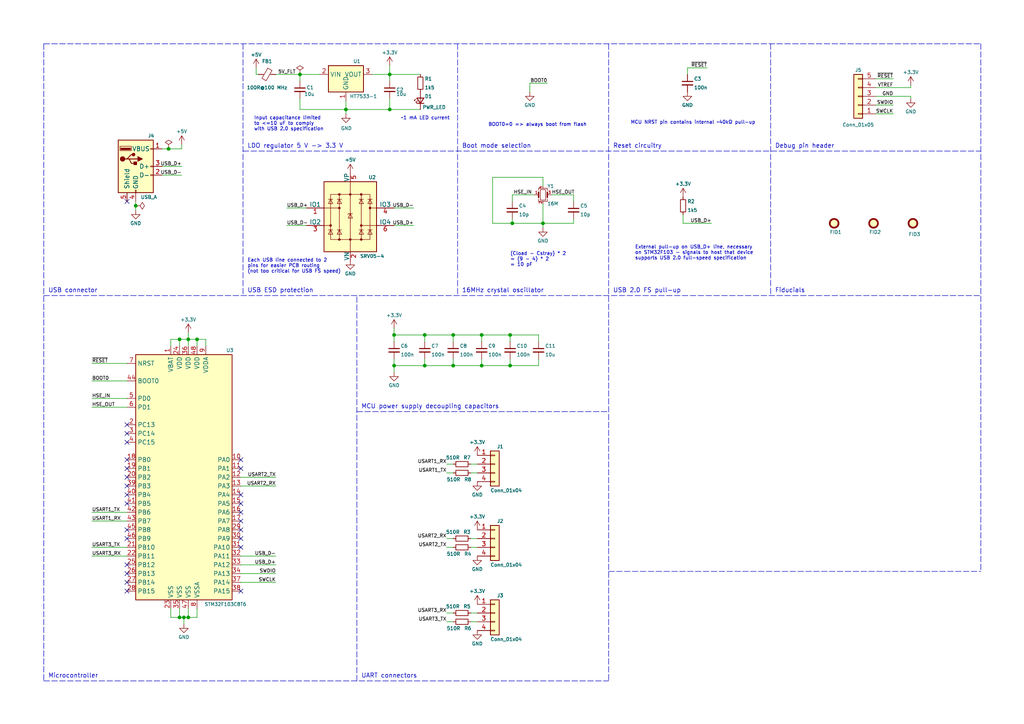
<source format=kicad_sch>
(kicad_sch (version 20211123) (generator eeschema)
  (paper "A4")
  (title_block (title "STM32 USB to triple UART adapter") (date "2024-01-17") (rev "1.0") (company "Author: Tomislav Milkovic <tomislav.milkovic95@gmail.com>"))
  (lib_symbols
    (symbol "Connector:USB_A" (pin_names (offset 1.016))
      (property "Reference" "J" (at -5.08 11.43 0))
      (property "Value" "USB_A" (at -5.08 8.89 0))
      (symbol "USB_A_0_1"
        (rectangle (start -5.08 -7.62) (end 5.08 7.62) (stroke (width 0.254)) (fill (type background)))
        (circle (center -3.81 2.159) (radius 0.635) (stroke (width 0.254)) (fill (type outline)))
        (rectangle (start -1.524 4.826) (end -4.318 5.334) (fill (type outline)))
        (rectangle (start -1.27 4.572) (end -4.572 5.842))
        (circle (center -0.635 3.429) (radius 0.381) (stroke (width 0.254)) (fill (type outline)))
        (rectangle (start -0.127 -7.62) (end 0.127 -6.858))
        (polyline (pts (xy -3.175 2.159) (xy -2.54 2.159) (xy -1.27 3.429) (xy -0.635 3.429)) (stroke (width 0.254)))
        (polyline (pts (xy -2.54 2.159) (xy -1.905 2.159) (xy -1.27 0.889) (xy 0 0.889)) (stroke (width 0.254)))
        (polyline (pts (xy 0.635 2.794) (xy 0.635 1.524) (xy 1.905 2.159) (xy 0.635 2.794)) (stroke (width 0.254)) (fill (type outline)))
        (rectangle (start 0.254 1.27) (end -0.508 0.508) (stroke (width 0.254)) (fill (type outline)))
        (rectangle (start 5.08 -2.667) (end 4.318 -2.413))
        (rectangle (start 5.08 -0.127) (end 4.318 0.127))
        (rectangle (start 5.08 4.953) (end 4.318 5.207))
      )
      (symbol "USB_A_1_1"
        (polyline (pts (xy -1.905 2.159) (xy 0.635 2.159)) (stroke (width 0.254)))
        (pin power_in line (at 7.62 5.08 180) (length 2.54) (name "VBUS") (number "1"))
        (pin bidirectional line (at 7.62 -2.54 180) (length 2.54) (name "D-") (number "2"))
        (pin bidirectional line (at 7.62 0 180) (length 2.54) (name "D+") (number "3"))
        (pin power_in line (at 0 -10.16 90) (length 2.54) (name "GND") (number "4"))
        (pin passive line (at -2.54 -10.16 90) (length 2.54) (name "Shield") (number "5"))
      )
    )
    (symbol "Connector_Generic:Conn_01x04" (pin_names (offset 1.016) hide)
      (property "Reference" "J" (at 0 5.08 0))
      (property "Value" "Conn_01x04" (at 0 -7.62 0))
      (symbol "Conn_01x04_1_1"
        (rectangle (start -1.27 -4.953) (end 0 -5.207) (stroke (width 0.1524)))
        (rectangle (start -1.27 -2.413) (end 0 -2.667) (stroke (width 0.1524)))
        (rectangle (start -1.27 0.127) (end 0 -0.127) (stroke (width 0.1524)))
        (rectangle (start -1.27 2.667) (end 0 2.413) (stroke (width 0.1524)))
        (rectangle (start -1.27 3.81) (end 1.27 -6.35) (stroke (width 0.254)) (fill (type background)))
        (pin passive line (at -5.08 2.54 0) (length 3.81) (name "Pin_1") (number "1"))
        (pin passive line (at -5.08 0 0) (length 3.81) (name "Pin_2") (number "2"))
        (pin passive line (at -5.08 -2.54 0) (length 3.81) (name "Pin_3") (number "3"))
        (pin passive line (at -5.08 -5.08 0) (length 3.81) (name "Pin_4") (number "4"))
      )
    )
    (symbol "Connector_Generic:Conn_01x05" (pin_names (offset 1.016) hide)
      (property "Reference" "J" (at 0 7.62 0))
      (property "Value" "Conn_01x05" (at 0 -7.62 0))
      (symbol "Conn_01x05_1_1"
        (rectangle (start -1.27 -4.953) (end 0 -5.207) (stroke (width 0.1524)))
        (rectangle (start -1.27 -2.413) (end 0 -2.667) (stroke (width 0.1524)))
        (rectangle (start -1.27 0.127) (end 0 -0.127) (stroke (width 0.1524)))
        (rectangle (start -1.27 2.667) (end 0 2.413) (stroke (width 0.1524)))
        (rectangle (start -1.27 5.207) (end 0 4.953) (stroke (width 0.1524)))
        (rectangle (start -1.27 6.35) (end 1.27 -6.35) (stroke (width 0.254)) (fill (type background)))
        (pin passive line (at -5.08 5.08 0) (length 3.81) (name "Pin_1") (number "1"))
        (pin passive line (at -5.08 2.54 0) (length 3.81) (name "Pin_2") (number "2"))
        (pin passive line (at -5.08 0 0) (length 3.81) (name "Pin_3") (number "3"))
        (pin passive line (at -5.08 -2.54 0) (length 3.81) (name "Pin_4") (number "4"))
        (pin passive line (at -5.08 -5.08 0) (length 3.81) (name "Pin_5") (number "5"))
      )
    )
    (symbol "Device:C_Small" (pin_numbers hide) (pin_names (offset 0.254) hide)
      (property "Reference" "C" (at 0.254 1.778 0))
      (property "Value" "C_Small" (at 0.254 -2.032 0))
      (symbol "C_Small_0_1"
        (polyline (pts (xy -1.524 -0.508) (xy 1.524 -0.508)) (stroke (width 0.3302)))
        (polyline (pts (xy -1.524 0.508) (xy 1.524 0.508)) (stroke (width 0.3048)))
      )
      (symbol "C_Small_1_1"
        (pin passive line (at 0 2.54 270) (length 2.032) (name "~") (number "1"))
        (pin passive line (at 0 -2.54 90) (length 2.032) (name "~") (number "2"))
      )
    )
    (symbol "Device:Crystal_GND24_Small" (pin_names (offset 1.016) hide)
      (property "Reference" "Y" (at 1.27 4.445 0))
      (property "Value" "Crystal_GND24_Small" (at 1.27 2.54 0))
      (symbol "Crystal_GND24_Small_0_1"
        (rectangle (start -0.762 -1.524) (end 0.762 1.524))
        (polyline (pts (xy -1.27 -0.762) (xy -1.27 0.762)) (stroke (width 0.381)))
        (polyline (pts (xy 1.27 -0.762) (xy 1.27 0.762)) (stroke (width 0.381)))
        (polyline (pts (xy -1.27 -1.27) (xy -1.27 -1.905) (xy 1.27 -1.905) (xy 1.27 -1.27)))
        (polyline (pts (xy -1.27 1.27) (xy -1.27 1.905) (xy 1.27 1.905) (xy 1.27 1.27)))
      )
      (symbol "Crystal_GND24_Small_1_1"
        (pin passive line (at -2.54 0 0) (length 1.27) (name "1") (number "1"))
        (pin passive line (at 0 -2.54 90) (length 0.635) (name "2") (number "2"))
        (pin passive line (at 2.54 0 180) (length 1.27) (name "3") (number "3"))
        (pin passive line (at 0 2.54 270) (length 0.635) (name "4") (number "4"))
      )
    )
    (symbol "Device:FerriteBead_Small" (pin_numbers hide) (pin_names (offset 0))
      (property "Reference" "FB" (at 1.905 1.27 0))
      (property "Value" "FerriteBead_Small" (at 1.905 -1.27 0))
      (symbol "FerriteBead_Small_0_1"
        (polyline (pts (xy 0 -1.27) (xy 0 -0.7874)))
        (polyline (pts (xy 0 0.889) (xy 0 1.2954)))
        (polyline (pts (xy -1.8288 0.2794) (xy -1.1176 1.4986) (xy 1.8288 -0.2032) (xy 1.1176 -1.4224) (xy -1.8288 0.2794)))
      )
      (symbol "FerriteBead_Small_1_1"
        (pin passive line (at 0 2.54 270) (length 1.27) (name "~") (number "1"))
        (pin passive line (at 0 -2.54 90) (length 1.27) (name "~") (number "2"))
      )
    )
    (symbol "Device:LED_Small" (pin_numbers hide) (pin_names (offset 0.254) hide)
      (property "Reference" "D" (at -1.27 3.175 0))
      (property "Value" "LED_Small" (at -4.445 -2.54 0))
      (symbol "LED_Small_0_1"
        (polyline (pts (xy -0.762 -1.016) (xy -0.762 1.016)) (stroke (width 0.254)))
        (polyline (pts (xy 1.016 0) (xy -0.762 0)))
        (polyline (pts (xy 0.762 -1.016) (xy -0.762 0) (xy 0.762 1.016) (xy 0.762 -1.016)) (stroke (width 0.254)))
        (polyline (pts (xy 0 0.762) (xy -0.508 1.27) (xy -0.254 1.27) (xy -0.508 1.27) (xy -0.508 1.016)))
        (polyline (pts (xy 0.508 1.27) (xy 0 1.778) (xy 0.254 1.778) (xy 0 1.778) (xy 0 1.524)))
      )
      (symbol "LED_Small_1_1"
        (pin passive line (at -2.54 0 0) (length 1.778) (name "K") (number "1"))
        (pin passive line (at 2.54 0 180) (length 1.778) (name "A") (number "2"))
      )
    )
    (symbol "Device:R_Small" (pin_numbers hide) (pin_names (offset 0.254) hide)
      (property "Reference" "R" (at 0.762 0.508 0))
      (property "Value" "R_Small" (at 0.762 -1.016 0))
      (symbol "R_Small_0_1"
        (rectangle (start -0.762 1.778) (end 0.762 -1.778) (stroke (width 0.2032)))
      )
      (symbol "R_Small_1_1"
        (pin passive line (at 0 2.54 270) (length 0.762) (name "~") (number "1"))
        (pin passive line (at 0 -2.54 90) (length 0.762) (name "~") (number "2"))
      )
    )
    (symbol "MCU_ST_STM32F1:STM32F103C8Tx"
      (property "Reference" "U" (at -15.24 36.83 0))
      (property "Value" "STM32F103C8Tx" (at 7.62 36.83 0))
      (symbol "STM32F103C8Tx_0_1"
        (rectangle (start -15.24 -35.56) (end 12.7 35.56) (stroke (width 0.254)) (fill (type background)))
      )
      (symbol "STM32F103C8Tx_1_1"
        (pin power_in line (at -5.08 38.1 270) (length 2.54) (name "VBAT") (number "1"))
        (pin bidirectional line (at 15.24 5.08 180) (length 2.54) (name "PA0") (number "10"))
        (pin bidirectional line (at 15.24 2.54 180) (length 2.54) (name "PA1") (number "11"))
        (pin bidirectional line (at 15.24 0 180) (length 2.54) (name "PA2") (number "12"))
        (pin bidirectional line (at 15.24 -2.54 180) (length 2.54) (name "PA3") (number "13"))
        (pin bidirectional line (at 15.24 -5.08 180) (length 2.54) (name "PA4") (number "14"))
        (pin bidirectional line (at 15.24 -7.62 180) (length 2.54) (name "PA5") (number "15"))
        (pin bidirectional line (at 15.24 -10.16 180) (length 2.54) (name "PA6") (number "16"))
        (pin bidirectional line (at 15.24 -12.7 180) (length 2.54) (name "PA7") (number "17"))
        (pin bidirectional line (at -17.78 5.08 0) (length 2.54) (name "PB0") (number "18"))
        (pin bidirectional line (at -17.78 2.54 0) (length 2.54) (name "PB1") (number "19"))
        (pin bidirectional line (at -17.78 15.24 0) (length 2.54) (name "PC13") (number "2"))
        (pin bidirectional line (at -17.78 0 0) (length 2.54) (name "PB2") (number "20"))
        (pin bidirectional line (at -17.78 -20.32 0) (length 2.54) (name "PB10") (number "21"))
        (pin bidirectional line (at -17.78 -22.86 0) (length 2.54) (name "PB11") (number "22"))
        (pin power_in line (at -5.08 -38.1 90) (length 2.54) (name "VSS") (number "23"))
        (pin power_in line (at -2.54 38.1 270) (length 2.54) (name "VDD") (number "24"))
        (pin bidirectional line (at -17.78 -25.4 0) (length 2.54) (name "PB12") (number "25"))
        (pin bidirectional line (at -17.78 -27.94 0) (length 2.54) (name "PB13") (number "26"))
        (pin bidirectional line (at -17.78 -30.48 0) (length 2.54) (name "PB14") (number "27"))
        (pin bidirectional line (at -17.78 -33.02 0) (length 2.54) (name "PB15") (number "28"))
        (pin bidirectional line (at 15.24 -15.24 180) (length 2.54) (name "PA8") (number "29"))
        (pin bidirectional line (at -17.78 12.7 0) (length 2.54) (name "PC14") (number "3"))
        (pin bidirectional line (at 15.24 -17.78 180) (length 2.54) (name "PA9") (number "30"))
        (pin bidirectional line (at 15.24 -20.32 180) (length 2.54) (name "PA10") (number "31"))
        (pin bidirectional line (at 15.24 -22.86 180) (length 2.54) (name "PA11") (number "32"))
        (pin bidirectional line (at 15.24 -25.4 180) (length 2.54) (name "PA12") (number "33"))
        (pin bidirectional line (at 15.24 -27.94 180) (length 2.54) (name "PA13") (number "34"))
        (pin power_in line (at -2.54 -38.1 90) (length 2.54) (name "VSS") (number "35"))
        (pin power_in line (at 0 38.1 270) (length 2.54) (name "VDD") (number "36"))
        (pin bidirectional line (at 15.24 -30.48 180) (length 2.54) (name "PA14") (number "37"))
        (pin bidirectional line (at 15.24 -33.02 180) (length 2.54) (name "PA15") (number "38"))
        (pin bidirectional line (at -17.78 -2.54 0) (length 2.54) (name "PB3") (number "39"))
        (pin bidirectional line (at -17.78 10.16 0) (length 2.54) (name "PC15") (number "4"))
        (pin bidirectional line (at -17.78 -5.08 0) (length 2.54) (name "PB4") (number "40"))
        (pin bidirectional line (at -17.78 -7.62 0) (length 2.54) (name "PB5") (number "41"))
        (pin bidirectional line (at -17.78 -10.16 0) (length 2.54) (name "PB6") (number "42"))
        (pin bidirectional line (at -17.78 -12.7 0) (length 2.54) (name "PB7") (number "43"))
        (pin input line (at -17.78 27.94 0) (length 2.54) (name "BOOT0") (number "44"))
        (pin bidirectional line (at -17.78 -15.24 0) (length 2.54) (name "PB8") (number "45"))
        (pin bidirectional line (at -17.78 -17.78 0) (length 2.54) (name "PB9") (number "46"))
        (pin power_in line (at 0 -38.1 90) (length 2.54) (name "VSS") (number "47"))
        (pin power_in line (at 2.54 38.1 270) (length 2.54) (name "VDD") (number "48"))
        (pin input line (at -17.78 22.86 0) (length 2.54) (name "PD0") (number "5"))
        (pin input line (at -17.78 20.32 0) (length 2.54) (name "PD1") (number "6"))
        (pin input line (at -17.78 33.02 0) (length 2.54) (name "NRST") (number "7"))
        (pin power_in line (at 2.54 -38.1 90) (length 2.54) (name "VSSA") (number "8"))
        (pin power_in line (at 5.08 38.1 270) (length 2.54) (name "VDDA") (number "9"))
      )
    )
    (symbol "Mechanical:Fiducial"
      (property "Reference" "FID" (at 0 5.08 0))
      (property "Value" "Fiducial" (at 0 3.175 0))
      (symbol "Fiducial_0_1"
        (circle (center 0 0) (radius 1.27) (stroke (width 0.508)) (fill (type background)))
      )
    )
    (symbol "Power_Protection:SRV05-4" (pin_names (offset 0))
      (property "Reference" "U" (at -5.08 11.43 0))
      (property "Value" "SRV05-4" (at 2.54 11.43 0))
      (symbol "SRV05-4_0_0"
        (rectangle (start -5.715 6.477) (end 5.715 -6.604))
        (polyline (pts (xy -3.175 -6.604) (xy -3.175 6.477)))
        (polyline (pts (xy 3.175 6.477) (xy 3.175 -6.604)))
      )
      (symbol "SRV05-4_0_1"
        (rectangle (start -7.62 10.16) (end 7.62 -10.16) (stroke (width 0.254)) (fill (type background)))
        (circle (center -5.715 -2.54) (radius 0.2794) (fill (type outline)))
        (circle (center -3.175 -6.604) (radius 0.2794) (fill (type outline)))
        (circle (center -3.175 2.54) (radius 0.2794) (fill (type outline)))
        (circle (center -3.175 6.477) (radius 0.2794) (fill (type outline)))
        (circle (center 0 -6.604) (radius 0.2794) (fill (type outline)))
        (polyline (pts (xy -7.747 2.54) (xy -3.175 2.54)))
        (polyline (pts (xy -7.62 -2.54) (xy -5.715 -2.54)))
        (polyline (pts (xy -5.08 -3.81) (xy -6.35 -3.81)))
        (polyline (pts (xy -5.08 5.08) (xy -6.35 5.08)))
        (polyline (pts (xy -2.54 -3.81) (xy -3.81 -3.81)))
        (polyline (pts (xy -2.54 5.08) (xy -3.81 5.08)))
        (polyline (pts (xy 0 10.16) (xy 0 -10.16)))
        (polyline (pts (xy 3.81 -3.81) (xy 2.54 -3.81)))
        (polyline (pts (xy 3.81 5.08) (xy 2.54 5.08)))
        (polyline (pts (xy 6.35 -3.81) (xy 5.08 -3.81)))
        (polyline (pts (xy 6.35 5.08) (xy 5.08 5.08)))
        (polyline (pts (xy 7.62 -2.54) (xy 3.175 -2.54)))
        (polyline (pts (xy 7.62 2.54) (xy 5.715 2.54)))
        (polyline (pts (xy 0.635 0.889) (xy -0.635 0.889) (xy -0.635 0.635)))
        (polyline (pts (xy -5.08 -5.08) (xy -6.35 -5.08) (xy -5.715 -3.81) (xy -5.08 -5.08)))
        (polyline (pts (xy -5.08 3.81) (xy -6.35 3.81) (xy -5.715 5.08) (xy -5.08 3.81)))
        (polyline (pts (xy -2.54 -5.08) (xy -3.81 -5.08) (xy -3.175 -3.81) (xy -2.54 -5.08)))
        (polyline (pts (xy -2.54 3.81) (xy -3.81 3.81) (xy -3.175 5.08) (xy -2.54 3.81)))
        (polyline (pts (xy 0.635 -0.381) (xy -0.635 -0.381) (xy 0 0.889) (xy 0.635 -0.381)))
        (polyline (pts (xy 3.81 -5.08) (xy 2.54 -5.08) (xy 3.175 -3.81) (xy 3.81 -5.08)))
        (polyline (pts (xy 3.81 3.81) (xy 2.54 3.81) (xy 3.175 5.08) (xy 3.81 3.81)))
        (polyline (pts (xy 6.35 -5.08) (xy 5.08 -5.08) (xy 5.715 -3.81) (xy 6.35 -5.08)))
        (polyline (pts (xy 6.35 3.81) (xy 5.08 3.81) (xy 5.715 5.08) (xy 6.35 3.81)))
        (circle (center 0 6.477) (radius 0.2794) (fill (type outline)))
        (circle (center 3.175 -6.604) (radius 0.2794) (fill (type outline)))
        (circle (center 3.175 -2.54) (radius 0.2794) (fill (type outline)))
        (circle (center 3.175 6.477) (radius 0.2794) (fill (type outline)))
        (circle (center 5.715 2.54) (radius 0.2794) (fill (type outline)))
      )
      (symbol "SRV05-4_1_1"
        (pin passive line (at -12.7 2.54 0) (length 5.08) (name "IO1") (number "1"))
        (pin passive line (at 0 -12.7 90) (length 2.54) (name "VN") (number "2"))
        (pin passive line (at -12.7 -2.54 0) (length 5.08) (name "IO2") (number "3"))
        (pin passive line (at 12.7 2.54 180) (length 5.08) (name "IO3") (number "4"))
        (pin passive line (at 0 12.7 270) (length 2.54) (name "VP") (number "5"))
        (pin passive line (at 12.7 -2.54 180) (length 5.08) (name "IO4") (number "6"))
      )
    )
    (symbol "Regulator_Linear:HT75xx-1-SOT89"
      (property "Reference" "U" (at -5.08 -3.81 0))
      (property "Value" "HT75xx-1-SOT89" (at 0 6.35 0))
      (symbol "HT75xx-1-SOT89_0_1"
        (rectangle (start -5.08 5.08) (end 5.08 -2.54) (stroke (width 0.254)) (fill (type background)))
      )
      (symbol "HT75xx-1-SOT89_1_1"
        (pin power_in line (at 0 -5.08 90) (length 2.54) (name "GND") (number "1"))
        (pin power_in line (at -7.62 2.54 0) (length 2.54) (name "VIN") (number "2"))
        (pin power_out line (at 7.62 2.54 180) (length 2.54) (name "VOUT") (number "3"))
      )
    )
    (symbol "power:+3.3V" (power) (pin_names (offset 0))
      (property "Value" "+3.3V" (at 0 3.556 0))
      (symbol "+3.3V_0_1"
        (polyline (pts (xy -0.762 1.27) (xy 0 2.54)))
        (polyline (pts (xy 0 0) (xy 0 2.54)))
        (polyline (pts (xy 0 2.54) (xy 0.762 1.27)))
      )
      (symbol "+3.3V_1_1"
        (pin power_in line (at 0 0 90) (length 0) hide (name "+3.3V") (number "1"))
      )
    )
    (symbol "power:+5V" (power) (pin_names (offset 0))
      (property "Value" "+5V" (at 0 3.556 0))
      (symbol "+5V_0_1"
        (polyline (pts (xy -0.762 1.27) (xy 0 2.54)))
        (polyline (pts (xy 0 0) (xy 0 2.54)))
        (polyline (pts (xy 0 2.54) (xy 0.762 1.27)))
      )
      (symbol "+5V_1_1"
        (pin power_in line (at 0 0 90) (length 0) hide (name "+5V") (number "1"))
      )
    )
    (symbol "power:GND" (power) (pin_names (offset 0))
      (property "Value" "GND" (at 0 -3.81 0))
      (symbol "GND_0_1"
        (polyline (pts (xy 0 0) (xy 0 -1.27) (xy 1.27 -1.27) (xy 0 -2.54) (xy -1.27 -1.27) (xy 0 -1.27)))
      )
      (symbol "GND_1_1"
        (pin power_in line (at 0 0 270) (length 0) hide (name "GND") (number "1"))
      )
    )
    (symbol "power:PWR_FLAG" (power) (pin_numbers hide) (pin_names (offset 0) hide)
      (property "Value" "PWR_FLAG" (at 0 3.81 0))
      (symbol "PWR_FLAG_0_0"
        (pin power_out line (at 0 0 90) (length 0) (name "pwr") (number "1"))
      )
      (symbol "PWR_FLAG_0_1"
        (polyline (pts (xy 0 0) (xy 0 1.27) (xy -1.016 1.905) (xy 0 2.54) (xy 1.016 1.905) (xy 0 1.27)))
      )
    )
  )
  (junction (at 131.445 106.045))
  (junction (at 86.995 21.59))
  (junction (at 157.48 64.77))
  (junction (at 57.15 98.425))
  (junction (at 54.61 179.07))
  (junction (at 53.34 179.07))
  (junction (at 147.955 106.045))
  (junction (at 52.07 179.07))
  (junction (at 48.895 43.18))
  (junction (at 148.59 64.77))
  (junction (at 131.445 97.155))
  (junction (at 114.3 106.045))
  (junction (at 39.37 59.69))
  (junction (at 113.03 31.75))
  (junction (at 52.07 98.425))
  (junction (at 147.955 97.155))
  (junction (at 113.03 21.59))
  (junction (at 123.19 106.045))
  (junction (at 100.33 31.75))
  (junction (at 123.19 97.155))
  (junction (at 139.7 106.045))
  (junction (at 139.7 97.155))
  (junction (at 54.61 98.425))
  (junction (at 114.3 97.155))
  (no_connect (at 36.83 168.91))
  (no_connect (at 36.83 125.73))
  (no_connect (at 36.83 156.21))
  (no_connect (at 36.83 133.35))
  (no_connect (at 36.83 153.67))
  (no_connect (at 36.83 135.89))
  (no_connect (at 36.83 128.27))
  (no_connect (at 36.83 166.37))
  (no_connect (at 69.85 151.13))
  (no_connect (at 69.85 171.45))
  (no_connect (at 69.85 153.67))
  (no_connect (at 69.85 156.21))
  (no_connect (at 36.83 146.05))
  (no_connect (at 36.83 163.83))
  (no_connect (at 36.83 171.45))
  (no_connect (at 36.83 140.97))
  (no_connect (at 36.83 123.19))
  (no_connect (at 69.85 133.35))
  (no_connect (at 36.83 58.42))
  (no_connect (at 69.85 158.75))
  (no_connect (at 69.85 146.05))
  (no_connect (at 69.85 135.89))
  (no_connect (at 36.83 138.43))
  (no_connect (at 69.85 143.51))
  (no_connect (at 36.83 143.51))
  (no_connect (at 69.85 148.59))
  (wire (pts (xy 54.61 96.52) (xy 54.61 98.425)))
  (wire (pts (xy 131.445 156.21) (xy 129.54 156.21)))
  (wire (pts (xy 114.3 97.155) (xy 123.19 97.155)))
  (wire (pts (xy 46.99 43.18) (xy 48.895 43.18)))
  (polyline (pts (xy 132.715 12.7) (xy 132.715 85.725)))
  (wire (pts (xy 156.21 97.155) (xy 156.21 99.06)))
  (wire (pts (xy 113.03 28.575) (xy 113.03 31.75)))
  (wire (pts (xy 39.37 59.69) (xy 39.37 60.96)))
  (polyline (pts (xy 12.7 197.485) (xy 176.53 197.485)))
  (wire (pts (xy 131.445 97.155) (xy 139.7 97.155)))
  (wire (pts (xy 113.03 21.59) (xy 113.03 23.495)))
  (wire (pts (xy 69.85 161.29) (xy 80.01 161.29)))
  (wire (pts (xy 131.445 104.14) (xy 131.445 106.045)))
  (wire (pts (xy 131.445 158.75) (xy 129.54 158.75)))
  (wire (pts (xy 113.03 31.75) (xy 121.92 31.75)))
  (polyline (pts (xy 176.53 165.735) (xy 284.48 165.735)))
  (wire (pts (xy 160.02 56.515) (xy 166.37 56.515)))
  (wire (pts (xy 114.3 104.14) (xy 114.3 106.045)))
  (wire (pts (xy 156.21 106.045) (xy 156.21 104.14)))
  (wire (pts (xy 74.295 21.59) (xy 74.295 19.685)))
  (wire (pts (xy 52.07 176.53) (xy 52.07 179.07)))
  (wire (pts (xy 86.995 21.59) (xy 86.995 23.495)))
  (wire (pts (xy 53.34 179.07) (xy 54.61 179.07)))
  (wire (pts (xy 153.67 24.13) (xy 153.67 26.67)))
  (wire (pts (xy 166.37 63.5) (xy 166.37 64.77)))
  (wire (pts (xy 26.67 115.57) (xy 36.83 115.57)))
  (wire (pts (xy 157.48 53.975) (xy 157.48 51.435)))
  (wire (pts (xy 49.53 176.53) (xy 49.53 179.07)))
  (wire (pts (xy 114.3 99.06) (xy 114.3 97.155)))
  (wire (pts (xy 157.48 64.77) (xy 157.48 59.055)))
  (polyline (pts (xy 176.53 12.7) (xy 176.53 197.485)))
  (wire (pts (xy 123.19 99.06) (xy 123.19 97.155)))
  (wire (pts (xy 157.48 66.04) (xy 157.48 64.77)))
  (wire (pts (xy 198.12 64.77) (xy 206.375 64.77)))
  (wire (pts (xy 254 22.86) (xy 259.08 22.86)))
  (wire (pts (xy 147.955 99.06) (xy 147.955 97.155)))
  (wire (pts (xy 131.445 137.16) (xy 129.54 137.16)))
  (wire (pts (xy 136.525 134.62) (xy 138.43 134.62)))
  (wire (pts (xy 49.53 100.33) (xy 49.53 98.425)))
  (wire (pts (xy 54.61 98.425) (xy 54.61 100.33)))
  (wire (pts (xy 80.01 140.97) (xy 69.85 140.97)))
  (polyline (pts (xy 12.7 85.725) (xy 284.48 85.725)))
  (wire (pts (xy 69.85 166.37) (xy 80.01 166.37)))
  (wire (pts (xy 52.705 43.18) (xy 52.705 41.91)))
  (wire (pts (xy 114.3 65.405) (xy 120.015 65.405)))
  (wire (pts (xy 131.445 177.8) (xy 129.54 177.8)))
  (wire (pts (xy 36.83 148.59) (xy 26.67 148.59)))
  (wire (pts (xy 88.9 65.405) (xy 83.185 65.405)))
  (wire (pts (xy 148.59 63.5) (xy 148.59 64.77)))
  (wire (pts (xy 26.67 105.41) (xy 36.83 105.41)))
  (wire (pts (xy 69.85 138.43) (xy 80.01 138.43)))
  (wire (pts (xy 136.525 158.75) (xy 138.43 158.75)))
  (polyline (pts (xy 223.52 12.7) (xy 223.52 85.725)))
  (wire (pts (xy 107.95 21.59) (xy 113.03 21.59)))
  (wire (pts (xy 114.3 95.25) (xy 114.3 97.155)))
  (wire (pts (xy 52.07 100.33) (xy 52.07 98.425)))
  (wire (pts (xy 131.445 106.045) (xy 139.7 106.045)))
  (wire (pts (xy 46.99 50.8) (xy 52.705 50.8)))
  (wire (pts (xy 139.7 104.14) (xy 139.7 106.045)))
  (wire (pts (xy 153.67 24.13) (xy 158.75 24.13)))
  (wire (pts (xy 88.9 60.325) (xy 83.185 60.325)))
  (wire (pts (xy 86.995 28.575) (xy 86.995 31.75)))
  (wire (pts (xy 139.7 97.155) (xy 139.7 99.06)))
  (wire (pts (xy 123.19 104.14) (xy 123.19 106.045)))
  (wire (pts (xy 114.3 106.045) (xy 123.19 106.045)))
  (wire (pts (xy 53.34 180.975) (xy 53.34 179.07)))
  (wire (pts (xy 139.7 106.045) (xy 147.955 106.045)))
  (wire (pts (xy 136.525 156.21) (xy 138.43 156.21)))
  (wire (pts (xy 26.67 161.29) (xy 36.83 161.29)))
  (polyline (pts (xy 103.505 197.485) (xy 103.505 85.725)))
  (wire (pts (xy 147.955 104.14) (xy 147.955 106.045)))
  (wire (pts (xy 100.33 31.75) (xy 86.995 31.75)))
  (polyline (pts (xy 103.505 119.38) (xy 176.53 119.38)))
  (polyline (pts (xy 70.485 43.815) (xy 284.48 43.815)))
  (wire (pts (xy 26.67 118.11) (xy 36.83 118.11)))
  (wire (pts (xy 136.525 137.16) (xy 138.43 137.16)))
  (wire (pts (xy 199.39 19.685) (xy 205.105 19.685)))
  (wire (pts (xy 259.08 30.48) (xy 254 30.48)))
  (wire (pts (xy 123.19 97.155) (xy 131.445 97.155)))
  (wire (pts (xy 147.955 97.155) (xy 156.21 97.155)))
  (wire (pts (xy 49.53 179.07) (xy 52.07 179.07)))
  (wire (pts (xy 142.875 64.77) (xy 148.59 64.77)))
  (wire (pts (xy 36.83 151.13) (xy 26.67 151.13)))
  (wire (pts (xy 57.15 179.07) (xy 57.15 176.53)))
  (wire (pts (xy 199.39 21.59) (xy 199.39 19.685)))
  (wire (pts (xy 148.59 56.515) (xy 148.59 58.42)))
  (polyline (pts (xy 284.48 12.7) (xy 284.48 165.735)))
  (wire (pts (xy 136.525 180.34) (xy 138.43 180.34)))
  (wire (pts (xy 131.445 180.34) (xy 129.54 180.34)))
  (polyline (pts (xy 70.485 12.7) (xy 70.485 85.725)))
  (wire (pts (xy 131.445 134.62) (xy 129.54 134.62)))
  (wire (pts (xy 80.01 21.59) (xy 86.995 21.59)))
  (wire (pts (xy 26.67 110.49) (xy 36.83 110.49)))
  (wire (pts (xy 154.94 56.515) (xy 148.59 56.515)))
  (wire (pts (xy 264.16 25.4) (xy 264.16 24.765)))
  (wire (pts (xy 74.295 21.59) (xy 74.93 21.59)))
  (wire (pts (xy 39.37 58.42) (xy 39.37 59.69)))
  (wire (pts (xy 49.53 98.425) (xy 52.07 98.425)))
  (wire (pts (xy 57.15 100.33) (xy 57.15 98.425)))
  (wire (pts (xy 147.955 106.045) (xy 156.21 106.045)))
  (wire (pts (xy 113.03 19.05) (xy 113.03 21.59)))
  (wire (pts (xy 259.08 33.02) (xy 254 33.02)))
  (wire (pts (xy 131.445 99.06) (xy 131.445 97.155)))
  (wire (pts (xy 123.19 106.045) (xy 131.445 106.045)))
  (wire (pts (xy 166.37 64.77) (xy 157.48 64.77)))
  (polyline (pts (xy 12.7 12.7) (xy 12.7 197.485)))
  (wire (pts (xy 57.15 98.425) (xy 54.61 98.425)))
  (wire (pts (xy 46.99 48.26) (xy 52.705 48.26)))
  (wire (pts (xy 100.33 31.75) (xy 100.33 33.02)))
  (wire (pts (xy 52.07 98.425) (xy 54.61 98.425)))
  (wire (pts (xy 69.85 168.91) (xy 80.01 168.91)))
  (wire (pts (xy 54.61 176.53) (xy 54.61 179.07)))
  (wire (pts (xy 26.67 158.75) (xy 36.83 158.75)))
  (wire (pts (xy 54.61 179.07) (xy 57.15 179.07)))
  (wire (pts (xy 113.03 21.59) (xy 121.92 21.59)))
  (wire (pts (xy 114.3 106.045) (xy 114.3 107.95)))
  (wire (pts (xy 59.69 98.425) (xy 57.15 98.425)))
  (wire (pts (xy 48.895 43.18) (xy 52.705 43.18)))
  (wire (pts (xy 254 25.4) (xy 264.16 25.4)))
  (wire (pts (xy 198.12 62.23) (xy 198.12 64.77)))
  (wire (pts (xy 86.995 21.59) (xy 92.71 21.59)))
  (wire (pts (xy 254 27.94) (xy 264.16 27.94)))
  (polyline (pts (xy 12.7 12.7) (xy 284.48 12.7)))
  (wire (pts (xy 59.69 100.33) (xy 59.69 98.425)))
  (wire (pts (xy 157.48 51.435) (xy 142.875 51.435)))
  (wire (pts (xy 142.875 51.435) (xy 142.875 64.77)))
  (wire (pts (xy 139.7 97.155) (xy 147.955 97.155)))
  (wire (pts (xy 100.33 29.21) (xy 100.33 31.75)))
  (wire (pts (xy 166.37 56.515) (xy 166.37 58.42)))
  (wire (pts (xy 69.85 163.83) (xy 80.01 163.83)))
  (wire (pts (xy 136.525 177.8) (xy 138.43 177.8)))
  (wire (pts (xy 264.16 28.575) (xy 264.16 27.94)))
  (wire (pts (xy 114.3 60.325) (xy 120.015 60.325)))
  (wire (pts (xy 148.59 64.77) (xy 157.48 64.77)))
  (wire (pts (xy 100.33 31.75) (xy 113.03 31.75)))
  (wire (pts (xy 52.07 179.07) (xy 53.34 179.07)))
  (text "External pull-up on USB_D+ line, necessary\non STM32F103 - signals to host that device\nsupports USB 2.0 full-speed specification" (at 184.15 75.565 0) (effects (font (size 0.9906 0.9906)) (justify left bottom)))
  (text "LDO regulator 5 V -> 3.3 V" (at 71.755 43.18 0) (effects (font (size 1.27 1.27)) (justify left bottom)))
  (text "USB ESD protection" (at 71.755 85.09 0) (effects (font (size 1.27 1.27)) (justify left bottom)))
  (text "Each USB line connected to 2\npins for easier PCB routing\n(not too critical for USB FS speed)" (at 71.755 79.375 0) (effects (font (size 0.9906 0.9906)) (justify left bottom)))
  (text "Debug pin header" (at 224.79 43.18 0) (effects (font (size 1.27 1.27)) (justify left bottom)))
  (text "USB connector" (at 13.97 85.09 0) (effects (font (size 1.27 1.27)) (justify left bottom)))
  (text "BOOT0=0 => always boot from flash" (at 141.605 36.83 0) (effects (font (size 0.9906 0.9906)) (justify left bottom)))
  (text "Reset circuitry" (at 177.8 43.18 0) (effects (font (size 1.27 1.27)) (justify left bottom)))
  (text "Boot mode selection" (at 133.985 43.18 0) (effects (font (size 1.27 1.27)) (justify left bottom)))
  (text "~1 mA LED current" (at 116.205 34.925 0) (effects (font (size 0.9906 0.9906)) (justify left bottom)))
  (text "USB 2.0 FS pull-up" (at 177.8 85.09 0) (effects (font (size 1.27 1.27)) (justify left bottom)))
  (text "Microcontroller" (at 13.97 196.85 0) (effects (font (size 1.27 1.27)) (justify left bottom)))
  (text "Fiducials" (at 224.79 85.09 0) (effects (font (size 1.27 1.27)) (justify left bottom)))
  (text "(Cload - Cstray) * 2\n= (9 - 4) * 2\n= 10 pF" (at 147.955 77.47 0) (effects (font (size 0.9906 0.9906)) (justify left bottom)))
  (text "MCU power supply decoupling capacitors" (at 104.775 118.745 0) (effects (font (size 1.27 1.27)) (justify left bottom)))
  (text "16MHz crystal oscillator" (at 133.985 85.09 0) (effects (font (size 1.27 1.27)) (justify left bottom)))
  (text "UART connectors" (at 104.775 196.85 0) (effects (font (size 1.27 1.27)) (justify left bottom)))
  (text "Input capacitance limited\nto <=10 uF to comply\nwith USB 2.0 specification" (at 73.66 38.1 0) (effects (font (size 0.9906 0.9906)) (justify left bottom)))
  (text "MCU NRST pin contains internal ~40kΩ pull-up" (at 182.88 36.195 0) (effects (font (size 0.9906 0.9906)) (justify left bottom)))
  (label "SWDIO" (at 259.08 30.48 180) (effects (font (size 0.9906 0.9906))))
  (label "SWCLK" (at 80.01 168.91 180) (effects (font (size 0.9906 0.9906))))
  (label "USB_D+" (at 52.705 48.26 180) (effects (font (size 0.9906 0.9906))))
  (label "USART1_TX" (at 129.54 137.16 180) (effects (font (size 0.9906 0.9906))))
  (label "VTREF" (at 259.08 25.4 180) (effects (font (size 0.9906 0.9906))))
  (label "USART2_RX" (at 80.01 140.97 180) (effects (font (size 0.9906 0.9906))))
  (label "SWDIO" (at 80.01 166.37 180) (effects (font (size 0.9906 0.9906))))
  (label "USART3_RX" (at 129.54 177.8 180) (effects (font (size 0.9906 0.9906))))
  (label "HSE_IN" (at 154.305 56.515 180) (effects (font (size 0.9906 0.9906))))
  (label "~{RESET}" (at 259.08 22.86 180) (effects (font (size 0.9906 0.9906))))
  (label "HSE_OUT" (at 160.02 56.515 0) (effects (font (size 0.9906 0.9906))))
  (label "USART1_TX" (at 26.67 148.59 0) (effects (font (size 0.9906 0.9906))))
  (label "USART3_TX" (at 129.54 180.34 180) (effects (font (size 0.9906 0.9906))))
  (label "~{RESET}" (at 26.67 105.41 0) (effects (font (size 0.9906 0.9906))))
  (label "USART3_RX" (at 26.67 161.29 0) (effects (font (size 0.9906 0.9906))))
  (label "USB_D-" (at 80.01 161.29 180) (effects (font (size 0.9906 0.9906))))
  (label "BOOT0" (at 158.75 24.13 180) (effects (font (size 0.9906 0.9906))))
  (label "USB_D+" (at 206.375 64.77 180) (effects (font (size 0.9906 0.9906))))
  (label "USART1_RX" (at 129.54 134.62 180) (effects (font (size 0.9906 0.9906))))
  (label "~{RESET}" (at 205.105 19.685 180) (effects (font (size 0.9906 0.9906))))
  (label "USART3_TX" (at 26.67 158.75 0) (effects (font (size 0.9906 0.9906))))
  (label "USB_D+" (at 80.01 163.83 180) (effects (font (size 0.9906 0.9906))))
  (label "GND" (at 259.08 27.94 180) (effects (font (size 0.9906 0.9906))))
  (label "USART1_RX" (at 26.67 151.13 0) (effects (font (size 0.9906 0.9906))))
  (label "USART2_TX" (at 80.01 138.43 180) (effects (font (size 0.9906 0.9906))))
  (label "USART2_TX" (at 129.54 158.75 180) (effects (font (size 0.9906 0.9906))))
  (label "SWCLK" (at 259.08 33.02 180) (effects (font (size 0.9906 0.9906))))
  (label "USB_D-" (at 83.185 65.405 0) (effects (font (size 0.9906 0.9906))))
  (label "USB_D-" (at 52.705 50.8 180) (effects (font (size 0.9906 0.9906))))
  (label "USB_D+" (at 120.015 65.405 180) (effects (font (size 0.9906 0.9906))))
  (label "USB_D+" (at 83.185 60.325 0) (effects (font (size 0.9906 0.9906))))
  (label "5V_FLT" (at 80.645 21.59 0) (effects (font (size 0.9906 0.9906))))
  (label "USB_D-" (at 120.015 60.325 180) (effects (font (size 0.9906 0.9906))))
  (label "HSE_IN" (at 26.67 115.57 0) (effects (font (size 0.9906 0.9906))))
  (label "USART2_RX" (at 129.54 156.21 180) (effects (font (size 0.9906 0.9906))))
  (label "HSE_OUT" (at 26.67 118.11 0) (effects (font (size 0.9906 0.9906))))
  (label "BOOT0" (at 26.67 110.49 0) (effects (font (size 0.9906 0.9906))))
  (symbol (lib_id "MCU_ST_STM32F1:STM32F103C8Tx") (at 54.61 138.43 0) (unit 1)
    (property "Reference" "U3" (at 66.675 101.6 0) (effects (font (size 0.9906 0.9906))))
    (property "Value" "STM32F103C8T6" (at 65.405 175.26 0) (effects (font (size 0.9906 0.9906))))
    (property "Footprint" "Package_QFP:LQFP-48_7x7mm_P0.5mm" (effects hide))
    (property "Datasheet" "http://www.st.com/st-web-ui/static/active/en/resource/technical/document/datasheet/CD00161566.pdf" (effects hide))
    (property "LCSC" "C8734" (effects hide))
  )
  (symbol (lib_id "Regulator_Linear:HT75xx-1-SOT89") (at 100.33 24.13 0) (unit 1)
    (property "Reference" "U1" (at 103.505 17.78 0) (effects (font (size 0.9906 0.9906))))
    (property "Value" "HT7533-1" (at 105.41 27.94 0) (effects (font (size 0.9906 0.9906))))
    (property "Footprint" "Package_TO_SOT_SMD:SOT-89-3" (effects hide))
    (property "Datasheet" "https://www.holtek.com/documents/10179/116711/HT75xx-1v250.pdf" (effects hide))
    (property "LCSC" "C14289" (effects hide))
  )
  (symbol (lib_id "Connector:USB_A") (at 39.37 48.26 0) (unit 1)
    (property "Reference" "J4" (at 43.815 39.37 0) (effects (font (size 0.9906 0.9906))))
    (property "Value" "USB_A" (at 43.18 57.15 0) (effects (font (size 0.9906 0.9906))))
    (property "Footprint" "USB_A_connector:USB_A_4pin" (effects hide))
    (property "Datasheet" " ~" (effects hide))
  )
  (symbol (lib_id "Power_Protection:SRV05-4") (at 101.6 62.865 0) (unit 1)
    (property "Reference" "U2" (at 107.95 51.435 0) (effects (font (size 0.9906 0.9906))))
    (property "Value" "SRV05-4" (at 107.95 74.295 0) (effects (font (size 0.9906 0.9906))))
    (property "Footprint" "Package_TO_SOT_SMD:SOT-23-6" (effects hide))
    (property "Datasheet" "http://www.onsemi.com/pub/Collateral/SRV05-4-D.PDF" (effects hide))
    (property "LCSC" "C7420376" (effects hide))
  )
  (symbol (lib_id "Device:C_Small") (at 199.39 24.13 0) (unit 1)
    (property "Reference" "C3" (at 201.295 22.86 0) (effects (font (size 0.9906 0.9906)) (justify left)))
    (property "Value" "100n" (at 201.295 25.4 0) (effects (font (size 0.9906 0.9906)) (justify left)))
    (property "Footprint" "Capacitor_SMD:C_0402_1005Metric" (effects hide))
    (property "LCSC" "C307331" (effects hide))
  )
  (symbol (lib_id "power:GND") (at 39.37 60.96 0) (unit 1)
    (property "Reference" "#PWR014" (effects hide))
    (property "Value" "GND" (at 39.37 64.77 0) (effects (font (size 0.9906 0.9906))))
  )
  (symbol (lib_id "power:GND") (at 199.39 26.67 0) (unit 1)
    (property "Reference" "#PWR07" (effects hide))
    (property "Value" "GND" (at 199.39 30.48 0) (effects (font (size 0.9906 0.9906))))
  )
  (symbol (lib_id "power:GND") (at 101.6 75.565 0) (unit 1)
    (property "Reference" "#PWR016" (effects hide))
    (property "Value" "GND" (at 101.6 79.375 0) (effects (font (size 0.9906 0.9906))))
  )
  (symbol (lib_id "power:GND") (at 53.34 180.975 0) (unit 1)
    (property "Reference" "#PWR024" (effects hide))
    (property "Value" "GND" (at 53.34 184.785 0) (effects (font (size 0.9906 0.9906))))
  )
  (symbol (lib_id "power:+5V") (at 101.6 50.165 0) (unit 1)
    (property "Reference" "#PWR011" (effects hide))
    (property "Value" "+5V" (at 101.6 46.355 0) (effects (font (size 0.9906 0.9906))))
  )
  (symbol (lib_id "power:GND") (at 153.67 26.67 0) (unit 1)
    (property "Reference" "#PWR04" (effects hide))
    (property "Value" "GND" (at 153.67 30.48 0) (effects (font (size 0.9906 0.9906))))
  )
  (symbol (lib_id "power:GND") (at 100.33 33.02 0) (unit 1)
    (property "Reference" "#PWR08" (effects hide))
    (property "Value" "GND" (at 100.457 37.211 0) (effects (font (size 0.9906 0.9906))))
  )
  (symbol (lib_id "power:+5V") (at 52.705 41.91 0) (unit 1)
    (property "Reference" "#PWR010" (effects hide))
    (property "Value" "+5V" (at 52.705 38.1 0) (effects (font (size 0.9906 0.9906))))
  )
  (symbol (lib_id "power:+5V") (at 74.295 19.685 0) (unit 1)
    (property "Reference" "#PWR01" (effects hide))
    (property "Value" "+5V" (at 74.295 15.875 0) (effects (font (size 0.9906 0.9906))))
  )
  (symbol (lib_id "Device:C_Small") (at 86.995 26.035 0) (unit 1)
    (property "Reference" "C1" (at 88.9 25.4 0) (effects (font (size 0.9906 0.9906)) (justify left)))
    (property "Value" "10u" (at 88.265 27.305 0) (effects (font (size 0.9906 0.9906)) (justify left)))
    (property "Footprint" "Capacitor_SMD:C_0603_1608Metric" (effects hide))
    (property "LCSC" "C96446" (effects hide))
  )
  (symbol (lib_id "Device:C_Small") (at 113.03 26.035 0) (unit 1)
    (property "Reference" "C2" (at 114.935 26.035 0) (effects (font (size 0.9906 0.9906)) (justify left)))
    (property "Value" "10u" (at 114.935 27.305 0) (effects (font (size 0.9906 0.9906)) (justify left)))
    (property "Footprint" "Capacitor_SMD:C_0603_1608Metric" (effects hide))
    (property "LCSC" "C96446" (effects hide))
  )
  (symbol (lib_id "Device:Crystal_GND24_Small") (at 157.48 56.515 0) (unit 1)
    (property "Reference" "Y1" (at 158.75 53.975 0) (effects (font (size 0.9906 0.9906)) (justify left)))
    (property "Value" "16M" (at 158.75 59.055 0) (effects (font (size 0.9906 0.9906)) (justify left)))
    (property "Footprint" "Crystal:Crystal_SMD_3225-4Pin_3.2x2.5mm" (effects hide))
    (property "LCSC" "C13738" (effects hide))
  )
  (symbol (lib_id "Device:C_Small") (at 166.37 60.96 0) (unit 1)
    (property "Reference" "C5" (at 168.275 59.69 0) (effects (font (size 0.9906 0.9906)) (justify left)))
    (property "Value" "10p" (at 168.275 62.23 0) (effects (font (size 0.9906 0.9906)) (justify left)))
    (property "Footprint" "Capacitor_SMD:C_0402_1005Metric" (effects hide))
    (property "LCSC" "C32949" (effects hide))
  )
  (symbol (lib_id "Device:C_Small") (at 148.59 60.96 0) (unit 1)
    (property "Reference" "C4" (at 150.495 59.69 0) (effects (font (size 0.9906 0.9906)) (justify left)))
    (property "Value" "10p" (at 150.495 62.23 0) (effects (font (size 0.9906 0.9906)) (justify left)))
    (property "Footprint" "Capacitor_SMD:C_0402_1005Metric" (effects hide))
    (property "LCSC" "C32949" (effects hide))
  )
  (symbol (lib_id "power:GND") (at 157.48 66.04 0) (unit 1)
    (property "Reference" "#PWR015" (effects hide))
    (property "Value" "GND" (at 157.48 69.85 0) (effects (font (size 0.9906 0.9906))))
  )
  (symbol (lib_id "Device:R_Small") (at 198.12 59.69 0) (unit 1)
    (property "Reference" "R2" (at 199.39 58.42 0) (effects (font (size 0.9906 0.9906)) (justify left)))
    (property "Value" "1k5" (at 199.39 60.96 0) (effects (font (size 0.9906 0.9906)) (justify left)))
    (property "Footprint" "Resistor_SMD:R_0402_1005Metric" (effects hide))
    (property "LCSC" "C25867" (effects hide))
  )
  (symbol (lib_id "Mechanical:Fiducial") (at 241.935 64.77 0) (unit 1)
    (property "Reference" "FID1" (at 240.665 67.31 0) (effects (font (size 0.9906 0.9906)) (justify left)))
    (property "Value" "Fiducial" (effects hide))
    (property "Footprint" "Fiducial:Fiducial_1mm_Mask2mm" (effects hide))
  )
  (symbol (lib_id "Mechanical:Fiducial") (at 253.365 64.77 0) (unit 1)
    (property "Reference" "FID2" (at 252.095 67.31 0) (effects (font (size 0.9906 0.9906)) (justify left)))
    (property "Value" "Fiducial" (effects hide))
    (property "Footprint" "Fiducial:Fiducial_1mm_Mask2mm" (effects hide))
  )
  (symbol (lib_id "Mechanical:Fiducial") (at 264.795 64.77 0) (unit 1)
    (property "Reference" "FID3" (at 263.525 67.945 0) (effects (font (size 0.9906 0.9906)) (justify left)))
    (property "Value" "Fiducial" (effects hide))
    (property "Footprint" "Fiducial:Fiducial_1mm_Mask2mm" (effects hide))
  )
  (symbol (lib_id "Device:R_Small") (at 121.92 24.13 0) (unit 1)
    (property "Reference" "R1" (at 123.19 22.86 0) (effects (font (size 0.9906 0.9906)) (justify left)))
    (property "Value" "1k5" (at 123.19 25.4 0) (effects (font (size 0.9906 0.9906)) (justify left)))
    (property "Footprint" "Resistor_SMD:R_0402_1005Metric" (effects hide))
    (property "LCSC" "C25867" (effects hide))
  )
  (symbol (lib_id "Device:LED_Small") (at 121.92 29.21 90) (unit 1)
    (property "Reference" "D1" (at 123.19 27.94 90) (effects (font (size 0.9906 0.9906)) (justify right)))
    (property "Value" "PWR_LED" (at 122.555 31.115 90) (effects (font (size 0.9906 0.9906)) (justify right)))
    (property "Footprint" "LED_SMD:LED_0603_1608Metric" (effects hide))
    (property "LCSC" "C2286" (effects hide))
  )
  (symbol (lib_id "Device:C_Small") (at 156.21 101.6 0) (unit 1)
    (property "Reference" "C11" (at 158.115 100.33 0) (effects (font (size 0.9906 0.9906)) (justify left)))
    (property "Value" "10u" (at 158.115 102.87 0) (effects (font (size 0.9906 0.9906)) (justify left)))
    (property "Footprint" "Capacitor_SMD:C_0603_1608Metric" (effects hide))
    (property "LCSC" "C96446" (effects hide))
  )
  (symbol (lib_id "Device:C_Small") (at 123.19 101.6 0) (unit 1)
    (property "Reference" "C7" (at 125.095 100.33 0) (effects (font (size 0.9906 0.9906)) (justify left)))
    (property "Value" "100n" (at 125.095 102.87 0) (effects (font (size 0.9906 0.9906)) (justify left)))
    (property "Footprint" "Capacitor_SMD:C_0402_1005Metric" (effects hide))
    (property "LCSC" "C307331" (effects hide))
  )
  (symbol (lib_id "Device:C_Small") (at 131.445 101.6 0) (unit 1)
    (property "Reference" "C8" (at 133.35 100.33 0) (effects (font (size 0.9906 0.9906)) (justify left)))
    (property "Value" "100n" (at 133.35 102.87 0) (effects (font (size 0.9906 0.9906)) (justify left)))
    (property "Footprint" "Capacitor_SMD:C_0402_1005Metric" (effects hide))
    (property "LCSC" "C307331" (effects hide))
  )
  (symbol (lib_id "Device:C_Small") (at 139.7 101.6 0) (unit 1)
    (property "Reference" "C9" (at 141.605 100.33 0) (effects (font (size 0.9906 0.9906)) (justify left)))
    (property "Value" "100n" (at 141.605 102.87 0) (effects (font (size 0.9906 0.9906)) (justify left)))
    (property "Footprint" "Capacitor_SMD:C_0402_1005Metric" (effects hide))
    (property "LCSC" "C307331" (effects hide))
  )
  (symbol (lib_id "Device:C_Small") (at 147.955 101.6 0) (unit 1)
    (property "Reference" "C10" (at 149.86 100.33 0) (effects (font (size 0.9906 0.9906)) (justify left)))
    (property "Value" "100n" (at 149.86 102.87 0) (effects (font (size 0.9906 0.9906)) (justify left)))
    (property "Footprint" "Capacitor_SMD:C_0402_1005Metric" (effects hide))
    (property "LCSC" "C307331" (effects hide))
  )
  (symbol (lib_id "Device:C_Small") (at 114.3 101.6 0) (unit 1)
    (property "Reference" "C6" (at 116.205 100.33 0) (effects (font (size 0.9906 0.9906)) (justify left)))
    (property "Value" "100n" (at 116.205 102.87 0) (effects (font (size 0.9906 0.9906)) (justify left)))
    (property "Footprint" "Capacitor_SMD:C_0402_1005Metric" (effects hide))
    (property "LCSC" "C307331" (effects hide))
  )
  (symbol (lib_id "power:GND") (at 114.3 107.95 0) (unit 1)
    (property "Reference" "#PWR023" (effects hide))
    (property "Value" "GND" (at 114.3 111.76 0) (effects (font (size 0.9906 0.9906))))
  )
  (symbol (lib_id "power:GND") (at 138.43 139.7 0) (unit 1)
    (property "Reference" "#PWR05" (effects hide))
    (property "Value" "GND" (at 138.43 143.51 0) (effects (font (size 0.9906 0.9906))))
  )
  (symbol (lib_id "Connector_Generic:Conn_01x04") (at 143.51 134.62 0) (unit 1)
    (property "Reference" "J1" (at 144.145 129.54 0) (effects (font (size 0.9906 0.9906)) (justify left)))
    (property "Value" "Conn_01x04" (at 142.24 142.24 0) (effects (font (size 0.9906 0.9906)) (justify left)))
    (property "Footprint" "Connector_PinHeader_2.54mm:PinHeader_1x04_P2.54mm_Vertical" (effects hide))
  )
  (symbol (lib_id "power:GND") (at 138.43 161.29 0) (unit 1)
    (property "Reference" "#PWR09" (effects hide))
    (property "Value" "GND" (at 138.43 165.1 0) (effects (font (size 0.9906 0.9906))))
  )
  (symbol (lib_id "Connector_Generic:Conn_01x04") (at 143.51 156.21 0) (unit 1)
    (property "Reference" "J2" (at 144.145 151.13 0) (effects (font (size 0.9906 0.9906)) (justify left)))
    (property "Value" "Conn_01x04" (at 142.24 163.83 0) (effects (font (size 0.9906 0.9906)) (justify left)))
    (property "Footprint" "Connector_PinHeader_2.54mm:PinHeader_1x04_P2.54mm_Vertical" (effects hide))
  )
  (symbol (lib_id "power:PWR_FLAG") (at 86.995 21.59 0) (unit 1)
    (property "Reference" "#FLG01" (effects hide))
    (property "Value" "PWR_FLAG" (effects hide))
  )
  (symbol (lib_id "power:PWR_FLAG") (at 48.895 43.18 0) (unit 1)
    (property "Reference" "#FLG0101" (effects hide))
    (property "Value" "PWR_FLAG" (effects hide))
  )
  (symbol (lib_id "power:PWR_FLAG") (at 39.37 59.69 270) (unit 1)
    (property "Reference" "#FLG0102" (effects hide))
    (property "Value" "PWR_FLAG" (effects hide))
  )
  (symbol (lib_id "Device:R_Small") (at 133.985 134.62 90) (unit 1)
    (property "Reference" "R7" (at 136.525 132.715 90) (effects (font (size 0.9906 0.9906)) (justify left)))
    (property "Value" "510R" (at 133.35 132.715 90) (effects (font (size 0.9906 0.9906)) (justify left)))
    (property "Footprint" "Resistor_SMD:R_0402_1005Metric" (effects hide))
    (property "LCSC" "C25123" (effects hide))
  )
  (symbol (lib_id "Device:R_Small") (at 133.985 137.16 270) (unit 1)
    (property "Reference" "R8" (at 134.62 139.065 90) (effects (font (size 0.9906 0.9906)) (justify left)))
    (property "Value" "510R" (at 129.54 139.065 90) (effects (font (size 0.9906 0.9906)) (justify left)))
    (property "Footprint" "Resistor_SMD:R_0402_1005Metric" (effects hide))
    (property "LCSC" "C25123" (effects hide))
  )
  (symbol (lib_id "Device:R_Small") (at 133.985 156.21 90) (unit 1)
    (property "Reference" "R3" (at 136.525 154.305 90) (effects (font (size 0.9906 0.9906)) (justify left)))
    (property "Value" "510R" (at 133.35 154.305 90) (effects (font (size 0.9906 0.9906)) (justify left)))
    (property "Footprint" "Resistor_SMD:R_0402_1005Metric" (effects hide))
    (property "LCSC" "C25123" (effects hide))
  )
  (symbol (lib_id "Device:R_Small") (at 133.985 158.75 270) (unit 1)
    (property "Reference" "R4" (at 134.62 160.655 90) (effects (font (size 0.9906 0.9906)) (justify left)))
    (property "Value" "510R" (at 129.54 160.655 90) (effects (font (size 0.9906 0.9906)) (justify left)))
    (property "Footprint" "Resistor_SMD:R_0402_1005Metric" (effects hide))
    (property "LCSC" "C25123" (effects hide))
  )
  (symbol (lib_id "Device:R_Small") (at 133.985 177.8 90) (unit 1)
    (property "Reference" "R5" (at 136.525 175.895 90) (effects (font (size 0.9906 0.9906)) (justify left)))
    (property "Value" "510R" (at 133.35 175.895 90) (effects (font (size 0.9906 0.9906)) (justify left)))
    (property "Footprint" "Resistor_SMD:R_0402_1005Metric" (effects hide))
    (property "LCSC" "C25123" (effects hide))
  )
  (symbol (lib_id "Device:R_Small") (at 133.985 180.34 270) (unit 1)
    (property "Reference" "R6" (at 134.62 182.245 90) (effects (font (size 0.9906 0.9906)) (justify left)))
    (property "Value" "510R" (at 129.54 182.245 90) (effects (font (size 0.9906 0.9906)) (justify left)))
    (property "Footprint" "Resistor_SMD:R_0402_1005Metric" (effects hide))
    (property "LCSC" "C25123" (effects hide))
  )
  (symbol (lib_id "power:GND") (at 264.16 28.575 0) (unit 1)
    (property "Reference" "#PWR0102" (effects hide))
    (property "Value" "GND" (at 264.16 32.385 0) (effects (font (size 0.9906 0.9906))))
  )
  (symbol (lib_id "power:GND") (at 138.43 182.88 0) (unit 1)
    (property "Reference" "#PWR021" (effects hide))
    (property "Value" "GND" (at 138.43 186.69 0) (effects (font (size 0.9906 0.9906))))
  )
  (symbol (lib_id "Connector_Generic:Conn_01x04") (at 143.51 177.8 0) (unit 1)
    (property "Reference" "J3" (at 144.145 172.72 0) (effects (font (size 0.9906 0.9906)) (justify left)))
    (property "Value" "Conn_01x04" (at 142.24 185.42 0) (effects (font (size 0.9906 0.9906)) (justify left)))
    (property "Footprint" "Connector_PinHeader_2.54mm:PinHeader_1x04_P2.54mm_Vertical" (effects hide))
  )
  (symbol (lib_id "Connector_Generic:Conn_01x05") (at 248.92 27.94 180) (unit 1)
    (property "Reference" "J5" (at 248.92 20.32 0) (effects (font (size 0.9906 0.9906))))
    (property "Value" "Conn_01x05" (at 248.92 36.195 0) (effects (font (size 0.9906 0.9906))))
    (property "Footprint" "Connector_PinHeader_1.27mm:PinHeader_1x05_P1.27mm_Vertical_SMD_Pin1Left" (effects hide))
  )
  (symbol (lib_id "power:+3.3V") (at 114.3 95.25 0) (unit 1)
    (property "Reference" "#PWR0107" (effects hide))
    (property "Value" "+3.3V" (at 114.3 91.44 0) (effects (font (size 0.9906 0.9906))))
  )
  (symbol (lib_id "power:+3.3V") (at 138.43 153.67 0) (unit 1)
    (property "Reference" "#PWR0106" (effects hide))
    (property "Value" "+3.3V" (at 138.43 149.86 0) (effects (font (size 0.9906 0.9906))))
  )
  (symbol (lib_id "power:+3.3V") (at 264.16 24.765 0) (unit 1)
    (property "Reference" "#PWR0103" (effects hide))
    (property "Value" "+3.3V" (at 264.16 20.955 0) (effects (font (size 0.9906 0.9906))))
  )
  (symbol (lib_id "power:+3.3V") (at 198.12 57.15 0) (unit 1)
    (property "Reference" "#PWR0101" (effects hide))
    (property "Value" "+3.3V" (at 198.12 53.34 0) (effects (font (size 0.9906 0.9906))))
  )
  (symbol (lib_id "power:+3.3V") (at 138.43 132.08 0) (unit 1)
    (property "Reference" "#PWR0104" (effects hide))
    (property "Value" "+3.3V" (at 138.43 128.27 0) (effects (font (size 0.9906 0.9906))))
  )
  (symbol (lib_id "power:+3.3V") (at 54.61 96.52 0) (unit 1)
    (property "Reference" "#PWR0109" (effects hide))
    (property "Value" "+3.3V" (at 54.61 92.71 0) (effects (font (size 0.9906 0.9906))))
  )
  (symbol (lib_id "power:+3.3V") (at 138.43 175.26 0) (unit 1)
    (property "Reference" "#PWR0105" (effects hide))
    (property "Value" "+3.3V" (at 138.43 171.45 0) (effects (font (size 0.9906 0.9906))))
  )
  (symbol (lib_id "Device:FerriteBead_Small") (at 77.47 21.59 90) (unit 1)
    (property "Reference" "FB1" (at 77.47 17.78 90) (effects (font (size 0.9906 0.9906))))
    (property "Value" "100R@100 MHz" (at 77.47 25.4 90) (effects (font (size 0.9906 0.9906))))
    (property "Footprint" "Inductor_SMD:L_0805_2012Metric" (effects hide))
  )
  (symbol (lib_id "power:+3.3V") (at 113.03 19.05 0) (unit 1)
    (property "Reference" "#PWR0108" (effects hide))
    (property "Value" "+3.3V" (at 113.03 15.24 0) (effects (font (size 0.9906 0.9906))))
  )
)
</source>
